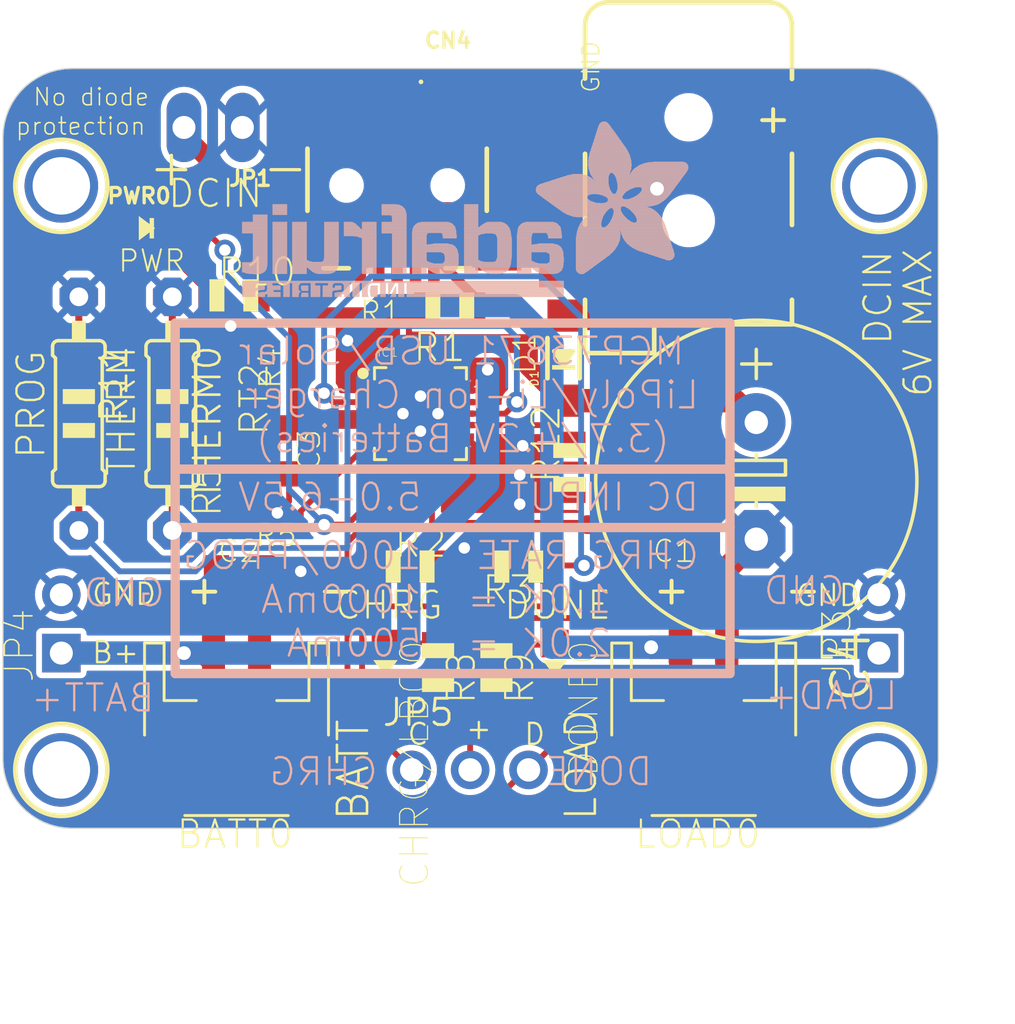
<source format=kicad_pcb>
(kicad_pcb (version 20221018) (generator pcbnew)
  (layers (0 "F.Cu" signal) (1 "In1.Cu" signal) (2 "In2.Cu" signal) (3 "In3.Cu" signal) (4 "In4.Cu" signal) (5 "In5.Cu" signal) (6 "In6.Cu" signal) (7 "In7.Cu" signal) (8 "In8.Cu" signal) (9 "In9.Cu" signal) (10 "In10.Cu" signal) (11 "In11.Cu" signal) (12 "In12.Cu" signal) (13 "In13.Cu" signal) (14 "In14.Cu" signal) (31 "B.Cu" signal) (34 "B.Paste" user) (35 "F.Paste" user) (36 "B.SilkS" user "B.Silkscreen") (37 "F.SilkS" user "F.Silkscreen") (38 "B.Mask" user) (39 "F.Mask" user) (44 "Edge.Cuts" user))
  (net 0 "")
  (net 1 "GND")
  (net 2 "VCC")
  (net 3 "N$6")
  (net 4 "N$1")
  (net 5 "N$4")
  (net 6 "N$11")
  (net 7 "N$12")
  (net 8 "N$13")
  (net 9 "N$14")
  (net 10 "N$15")
  (net 11 "N$16")
  (net 12 "OUT")
  (net 13 "N$5")
  (net 14 "N$8")
  (net 15 "N$10")
  (net 16 "BATT")
  (net 17 "N$2")
  (net 18 "N$3")
  (footprint "working:MOUNTINGHOLE_2.5_PLATED" (layer "F.Cu") (at 130.7001 118.9871)
    (fp_text reference "U$4" hide)
    (fp_text value "MOUNTINGHOLE2.5" hide)
  )
  (footprint "working:MOUNTINGHOLE_2.5_PLATED" (layer "F.Cu") (at 166.2601 93.5871)
    (fp_text reference "U$7" hide)
    (fp_text value "MOUNTINGHOLE2.5" hide)
  )
  (footprint "working:1X02_OVAL" (layer "F.Cu") (at 137.3041 91.0471 180)
    (fp_text reference "JP1")
    (fp_text value "DCIN")
  )
  (footprint "working:1X02_ROUND" (layer "F.Cu") (at 130.7001 112.6371 90)
    (fp_text reference "JP4")
    (fp_text value "BATT")
  )
  (footprint "working:CHIPLED_0805_NOOUTLINE" (layer "F.Cu") (at 144.7971 114.5421 180)
    (fp_text reference "CHRG/LBO0")
    (fp_text value "ORANGE")
  )
  (footprint "working:M0805" (layer "F.Cu") (at 138.0661 102.2231 -90)
    (fp_text reference "RT2")
    (fp_text value "150K")
  )
  (footprint "working:0805-THM" (layer "F.Cu") (at 131.4621 103.4931 -90)
    (fp_text reference "R11")
    (fp_text value "2K")
  )
  (footprint "working:MOUNTINGHOLE_2.5_PLATED" (layer "F.Cu") (at 130.7001 93.5871)
    (fp_text reference "U$6" hide)
    (fp_text value "MOUNTINGHOLE2.5" hide)
  )
  (footprint "working:JST-PH-2-SMT-RA" (layer "F.Cu") (at 138.3201 117.9711 180)
    (fp_text reference "BATT0")
    (fp_text value "")
  )
  (footprint "working:M0805" (layer "F.Cu") (at 138.0661 107.0491 90)
    (fp_text reference "R5")
    (fp_text value "1K")
  )
  (footprint "working:FIDUCIAL_1MM" (layer "F.Cu") (at 129.4301 96.7621)
    (fp_text reference "U$2" hide)
    (fp_text value "FIDUCIAL" hide)
  )
  (footprint "working:C0805K" (layer "F.Cu") (at 157.3701 110.3511)
    (fp_text reference "C1")
    (fp_text value "10uF")
  )
  (footprint "working:C0805K" (layer "F.Cu") (at 140.6061 105.1131 -90)
    (fp_text reference "C3")
    (fp_text value "10uF")
  )
  (footprint "working:FIDUCIAL_1MM" (layer "F.Cu") (at 166.0061 90.0311)
    (fp_text reference "U$8" hide)
    (fp_text value "FIDUCIAL" hide)
  )
  (footprint "working:R0805" (layer "F.Cu") (at 150.5911 110.1451 180)
    (fp_text reference "R3")
    (fp_text value "100K")
  )
  (footprint "working:E5-13" (layer "F.Cu") (at 160.9261 106.4141 -90)
    (fp_text reference "C4")
    (fp_text value "4700uF/10V")
  )
  (footprint "working:QFN20_4MM" (layer "F.Cu") (at 146.3211 103.4931)
    (fp_text reference "IC1")
    (fp_text value "MCP73871")
  )
  (footprint "working:JST-PH-2-SMT-RA" (layer "F.Cu") (at 158.6401 117.9711 180)
    (fp_text reference "LOAD0")
    (fp_text value "")
  )
  (footprint "working:R0805" (layer "F.Cu") (at 147.5911 98.9211 180)
    (fp_text reference "R1")
    (fp_text value "0")
  )
  (footprint "working:CHIPLED_0805_NOOUTLINE" (layer "F.Cu") (at 134.3991 95.4301 -90)
    (fp_text reference "PWR0")
    (fp_text value "RED")
  )
  (footprint "working:R0805" (layer "F.Cu") (at 149.6231 114.5421 -90)
    (fp_text reference "R9")
    (fp_text value "1K")
  )
  (footprint "working:USB-MINIB_LARGER" (layer "F.Cu") (at 145.3051 92.5711 180)
    (fp_text reference "CN4")
    (fp_text value "")
  )
  (footprint "working:1X02_ROUND" (layer "F.Cu") (at 166.2601 112.6371 90)
    (fp_text reference "JP3")
    (fp_text value "LOAD")
  )
  (footprint "working:1X03-CLEANBIG" (layer "F.Cu") (at 148.4801 118.9871)
    (fp_text reference "JP5")
    (fp_text value "")
  )
  (footprint "working:DCJACK_2MM_SMT" (layer "F.Cu") (at 157.9781 90.6061 -90)
    (fp_text reference "CN1")
    (fp_text value "DCIN")
  )
  (footprint "working:MOUNTINGHOLE_2.5_PLATED" (layer "F.Cu") (at 166.2601 118.9871)
    (fp_text reference "U$5" hide)
    (fp_text value "MOUNTINGHOLE2.5" hide)
  )
  (footprint "working:R0805" (layer "F.Cu") (at 145.8761 110.1451)
    (fp_text reference "R2")
    (fp_text value "270K")
  )
  (footprint "working:R0805" (layer "F.Cu") (at 138.2091 98.3511)
    (fp_text reference "R10")
    (fp_text value "1K")
  )
  (footprint "working:R0805" (layer "F.Cu") (at 147.0831 114.5421 -90)
    (fp_text reference "R8")
    (fp_text value "1K")
  )
  (footprint "working:SOD-123" (layer "F.Cu") (at 152.5441 101.0801 90)
    (fp_text reference "D1")
    (fp_text value "MBR120VLSFT1G")
  )
  (footprint "working:CHIPLED_0805_NOOUTLINE" (layer "F.Cu") (at 152.1631 114.5421 180)
    (fp_text reference "DONE0")
    (fp_text value "GREEN")
  )
  (footprint "working:R0805" (layer "F.Cu") (at 152.7981 105.8271 90)
    (fp_text reference "R12")
    (fp_text value "100K")
  )
  (footprint "working:C0805K" (layer "F.Cu") (at 138.4471 110.3511)
    (fp_text reference "C2")
    (fp_text value "10uF")
  )
  (footprint "working:0805-THM" (layer "F.Cu") (at 135.5261 103.4931 -90)
    (fp_text reference "THERM0")
    (fp_text value "10K")
  )
  (footprint "working:FIDUCIAL_1MM" (layer "F.Cu") (at 163.9741 116.7011)
    (fp_text reference "U$3" hide)
    (fp_text value "FIDUCIAL" hide)
  )
  (footprint "working:ADAFRUIT_TEXT_20MM" (layer "B.Cu") (at 158.1321 98.4131 180)
    (fp_text reference "U$1" hide)
    (fp_text value "" hide)
  )
  (gr_line (start 159.7831 99.5561) (end 135.6531 99.5561) (stroke (width 0.4064)) (layer "B.SilkS"))
  (gr_line (start 159.7831 105.9061) (end 135.6531 105.9061) (stroke (width 0.4064)) (layer "B.SilkS"))
  (gr_line (start 135.6531 108.4461) (end 159.7831 108.4461) (stroke (width 0.4064)) (layer "B.SilkS"))
  (gr_line (start 159.7831 114.7961) (end 135.6531 114.7961) (stroke (width 0.4064)) (layer "B.SilkS"))
  (gr_line (start 135.6531 105.9061) (end 135.6531 108.4461) (stroke (width 0.4064)) (layer "B.SilkS"))
  (gr_line (start 135.6531 99.5561) (end 135.6531 105.9061) (stroke (width 0.4064)) (layer "B.SilkS"))
  (gr_line (start 159.7831 105.9061) (end 159.7831 99.5561) (stroke (width 0.4064)) (layer "B.SilkS"))
  (gr_line (start 159.7831 108.4461) (end 159.7831 114.7961) (stroke (width 0.4064)) (layer "B.SilkS"))
  (gr_line (start 135.6531 114.7961) (end 135.6531 108.4461) (stroke (width 0.4064)) (layer "B.SilkS"))
  (gr_line (start 159.7831 108.4461) (end 159.7831 105.9061) (stroke (width 0.4064)) (layer "B.SilkS"))
  (gr_arc (start 165.8421 88.4801) (mid 167.96342 89.35878) (end 168.8421 91.4801) (stroke (width 0.05)) (layer "Edge.Cuts"))
  (gr_line (start 131.1601 88.4801) (end 165.8421 88.4801) (stroke (width 0.05)) (layer "Edge.Cuts"))
  (gr_arc (start 128.1601 91.4801) (mid 129.03878 89.35878) (end 131.1601 88.4801) (stroke (width 0.05)) (layer "Edge.Cuts"))
  (gr_line (start 168.8421 91.4801) (end 168.8421 118.5271) (stroke (width 0.05)) (layer "Edge.Cuts"))
  (gr_line (start 128.1601 118.5271) (end 128.1601 91.4801) (stroke (width 0.05)) (layer "Edge.Cuts"))
  (gr_line (start 165.8421 121.5271) (end 131.1601 121.5271) (stroke (width 0.05)) (layer "Edge.Cuts"))
  (gr_arc (start 131.1601 121.5271) (mid 129.03878 120.64842) (end 128.1601 118.5271) (stroke (width 0.05)) (layer "Edge.Cuts"))
  (gr_arc (start 168.8421 118.5271) (mid 167.96342 120.64842) (end 165.8421 121.5271) (stroke (width 0.05)) (layer "Edge.Cuts"))
  (gr_text "MCP73871 USB/Solar" (at 157.8781 101.4611) (layer "B.SilkS") (effects (font (size 1.1684 1.1684) (thickness 0.1016)) (justify left bottom mirror)))
  (gr_text "CHRG RATE" (at 158.5131 110.3511) (layer "B.SilkS") (effects (font (size 1.1684 1.1684) (thickness 0.1016)) (justify left bottom mirror)))
  (gr_text "500mA" (at 146.4481 114.1611) (layer "B.SilkS") (effects (font (size 1.1684 1.1684) (thickness 0.1016)) (justify left bottom mirror)))
  (gr_text "BATT+" (at 129.3031 115.1771) (layer "B.SilkS") (effects (font (size 1.1684 1.1684) (thickness 0.1016)) (justify right top mirror)))
  (gr_text "1000/PROG" (at 146.4481 110.3511) (layer "B.SilkS") (effects (font (size 1.1684 1.1684) (thickness 0.1016)) (justify left bottom mirror)))
  (gr_text "5.0-6.5V" (at 146.4481 107.8111) (layer "B.SilkS") (effects (font (size 1.1684 1.1684) (thickness 0.1016)) (justify left bottom mirror)))
  (gr_text "LOAD+" (at 167.1491 116.4471) (layer "B.SilkS") (effects (font (size 1.1684 1.1684) (thickness 0.1016)) (justify left bottom mirror)))
  (gr_text "(3.7/4.2V Batteries)" (at 157.2431 105.2711) (layer "B.SilkS") (effects (font (size 1.1684 1.1684) (thickness 0.1016)) (justify left bottom mirror)))
  (gr_text "DC INPUT" (at 158.5131 107.8111) (layer "B.SilkS") (effects (font (size 1.1684 1.1684) (thickness 0.1016)) (justify left bottom mirror)))
  (gr_text "1.0K =" (at 154.7031 112.2561) (layer "B.SilkS") (effects (font (size 1.1684 1.1684) (thickness 0.1016)) (justify left bottom mirror)))
  (gr_text "CHRG" (at 144.5431 119.7491) (layer "B.SilkS") (effects (font (size 1.1684 1.1684) (thickness 0.1016)) (justify left bottom mirror)))
  (gr_text "2.0K =" (at 154.7031 114.1611) (layer "B.SilkS") (effects (font (size 1.1684 1.1684) (thickness 0.1016)) (justify left bottom mirror)))
  (gr_text "1000mA" (at 146.4481 112.2561) (layer "B.SilkS") (effects (font (size 1.1684 1.1684) (thickness 0.1016)) (justify left bottom mirror)))
  (gr_text "LiPoly/Li-Ion Charger" (at 158.5131 103.3661) (layer "B.SilkS") (effects (font (size 1.1684 1.1684) (thickness 0.1016)) (justify left bottom mirror)))
  (gr_text "DONE" (at 156.4811 119.7491) (layer "B.SilkS") (effects (font (size 1.1684 1.1684) (thickness 0.1016)) (justify left bottom mirror)))
  (gr_text "GND" (at 131.5891 110.6051) (layer "B.SilkS") (effects (font (size 1.1684 1.1684) (thickness 0.1016)) (justify right top mirror)))
  (gr_text "GND" (at 164.8631 111.8751) (layer "B.SilkS") (effects (font (size 1.1684 1.1684) (thickness 0.1016)) (justify left bottom mirror)))
  (gr_text "PWR" (at 133.1131 97.3971) (layer "F.SilkS") (effects (font (size 0.93472 0.93472) (thickness 0.08128)) (justify left bottom)))
  (gr_text "protection" (at 128.6681 91.4281) (layer "F.SilkS") (effects (font (size 0.747776 0.747776) (thickness 0.065024)) (justify left bottom)))
  (gr_text "R5" (at 139.0821 109.3351) (layer "F.SilkS") (effects (font (size 0.93472 0.93472) (thickness 0.08128)) (justify left bottom)))
  (gr_text "No diode" (at 129.4301 90.1581) (layer "F.SilkS") (effects (font (size 0.747776 0.747776) (thickness 0.065024)) (justify left bottom)))
  (gr_text "6V MAX" (at 167.2761 96.2541 90) (layer "F.SilkS") (effects (font (size 1.1684 1.1684) (thickness 0.1016)) (justify right top)))
  (gr_text "GND" (at 165.4981 110.8591) (layer "F.SilkS") (effects (font (size 0.9144 0.9144) (thickness 0.1016)) (justify right top)))
  (gr_text "DCIN" (at 166.8951 100.5721 90) (layer "F.SilkS") (effects (font (size 1.1684 1.1684) (thickness 0.1016)) (justify left bottom)))
  (gr_text "DONE" (at 149.8771 112.5101) (layer "F.SilkS") (effects (font (size 1.1684 1.1684) (thickness 0.1016)) (justify left bottom)))
  (gr_text "THERM" (at 134.0021 106.2871 90) (layer "F.SilkS") (effects (font (size 1.1684 1.1684) (thickness 0.1016)) (justify left bottom)))
  (gr_text "LOAD" (at 154.0681 121.2731 90) (layer "F.SilkS") (effects (font (size 1.308608 1.308608) (thickness 0.113792)) (justify left bottom)))
  (gr_text "D" (at 150.7661 117.9711) (layer "F.SilkS") (effects (font (size 0.9144 0.9144) (thickness 0.1016)) (justify left bottom)))
  (gr_text "D1" (at 151.4011 101.8421 90) (layer "F.SilkS") (effects (font (size 0.93472 0.93472) (thickness 0.08128)) (justify left bottom)))
  (gr_text "R4" (at 140.3521 102.4771 90) (layer "F.SilkS") (effects (font (size 0.93472 0.93472) (thickness 0.08128)) (justify left bottom)))
  (gr_text "DCIN" (at 135.2721 94.6031) (layer "F.SilkS") (effects (font (size 1.1684 1.1684) (thickness 0.1016)) (justify left bottom)))
  (gr_text "+" (at 134.3831 93.7141) (layer "F.SilkS") (effects (font (size 1.63576 1.63576) (thickness 0.14224)) (justify left bottom)))
  (gr_text "PROG" (at 130.0651 105.5251 90) (layer "F.SilkS") (effects (font (size 1.1684 1.1684) (thickness 0.1016)) (justify left bottom)))
  (gr_text "BATT" (at 144.1621 121.2731 90) (layer "F.SilkS") (effects (font (size 1.308608 1.308608) (thickness 0.113792)) (justify left bottom)))
  (gr_text "R1" (at 145.5591 98.5401) (layer "F.SilkS") (effects (font (size 0.93472 0.93472) (thickness 0.08128)) (justify right top)))
  (gr_text "-" (at 139.3361 93.7141) (layer "F.SilkS") (effects (font (size 1.63576 1.63576) (thickness 0.14224)) (justify left bottom)))
  (gr_text "B+" (at 131.9701 114.4151) (layer "F.SilkS") (effects (font (size 0.9144 0.9144) (thickness 0.1016)) (justify left bottom)))
  (gr_text "L+" (at 165.4981 113.1451) (layer "F.SilkS") (effects (font (size 0.9144 0.9144) (thickness 0.1016)) (justify right top)))
  (gr_text "GND" (at 131.9701 111.8751) (layer "F.SilkS") (effects (font (size 0.9144 0.9144) (thickness 0.1016)) (justify left bottom)))
  (gr_text "+" (at 148.2261 117.7171) (layer "F.SilkS") (effects (font (size 0.9144 0.9144) (thickness 0.1016)) (justify left bottom)))
  (gr_text "CHRG" (at 142.5111 112.5101) (layer "F.SilkS") (effects (font (size 1.1684 1.1684) (thickness 0.1016)) (justify left bottom)))
  (gr_text "C" (at 145.6861 117.9711) (layer "F.SilkS") (effects (font (size 0.9144 0.9144) (thickness 0.1016)) (justify left bottom)))
  (segment (start 159.6401 113.1611) (end 159.6401 114.2711) (width 1.016) (layer "F.Cu") (net 1))
  (segment (start 158.3701 110.5891) (end 158.3701 110.3511) (width 1.016) (layer "F.Cu") (net 1))
  (segment (start 149.5911 110.1451) (end 149.0361 110.1451) (width 0.254) (layer "F.Cu") (net 1))
  (segment (start 139.4471 110.3511) (end 141.1141 110.3511) (width 0.6096) (layer "F.Cu") (net 1))
  (segment (start 148.2261 109.3351) (end 148.2741 109.3831) (width 0.254) (layer "F.Cu") (net 1))
  (segment (start 152.4781 90.6061) (end 153.5001 90.6061) (width 1.016) (layer "F.Cu") (net 1))
  (segment (start 147.0511 104.2551) (end 146.3211 104.2551) (width 0.254) (layer "F.Cu") (net 1))
  (segment (start 147.3211 104.5251) (end 147.0511 104.2551) (width 0.254) (layer "F.Cu") (net 1))
  (segment (start 139.3201 114.2711) (end 139.3201 110.3511) (width 0.8128) (layer "F.Cu") (net 1))
  (segment (start 158.3701 110.3511) (end 159.5291 110.3511) (width 1.016) (layer "F.Cu") (net 1))
  (segment (start 159.6561 113.1451) (end 159.6401 113.1611) (width 1.016) (layer "F.Cu") (net 1))
  (segment (start 140.0981 107.8111) (end 140.6061 107.3031) (width 0.254) (layer "F.Cu") (net 1))
  (segment (start 147.3211 104.5251) (end 147.3371 104.5091) (width 0.254) (layer "F.Cu") (net 1))
  (segment (start 147.3211 105.4581) (end 147.3211 104.5251) (width 0.254) (layer "F.Cu") (net 1))
  (segment (start 153.5001 90.6061) (end 156.6081 93.7141) (width 1.016) (layer "F.Cu") (net 1))
  (segment (start 147.3211 104.4931) (end 148.2861 104.4931) (width 0.254) (layer "F.Cu") (net 1))
  (segment (start 159.5291 110.3511) (end 160.9261 108.9541) (width 1.016) (layer "F.Cu") (net 1))
  (segment (start 158.3701 110.5891) (end 159.6561 111.8751) (width 1.016) (layer "F.Cu") (net 1))
  (segment (start 139.3201 110.3511) (end 139.4471 110.3511) (width 0.8128) (layer "F.Cu") (net 1))
  (segment (start 149.0361 110.1451) (end 148.2261 109.3351) (width 0.254) (layer "F.Cu") (net 1))
  (segment (start 159.6561 111.8751) (end 159.6561 113.1451) (width 1.016) (layer "F.Cu") (net 1))
  (segment (start 140.6061 107.3031) (end 140.6061 106.1131) (width 0.254) (layer "F.Cu") (net 1))
  (segment (start 146.3211 103.4931) (end 147.0831 103.4931) (width 0.4064) (layer "F.Cu") (net 1))
  (segment (start 138.0661 101.2731) (end 138.0661 99.6831) (width 0.254) (layer "F.Cu") (net 1))
  (via (at 150.6391 106.1601) (size 0.9064) (drill 0.5) (layers "F.Cu" "B.Cu") (net 1))
  (via (at 138.0661 99.6831) (size 0.9064) (drill 0.5) (layers "F.Cu" "B.Cu") (net 1))
  (via (at 141.1141 110.3511) (size 0.9064) (drill 0.5) (layers "F.Cu" "B.Cu") (net 1))
  (via (at 140.0981 107.8111) (size 0.9064) (drill 0.5) (layers "F.Cu" "B.Cu") (net 1))
  (via (at 150.6391 107.4301) (size 0.9064) (drill 0.5) (layers "F.Cu" "B.Cu") (net 1))
  (via (at 148.2261 109.3351) (size 0.9064) (drill 0.5) (layers "F.Cu" "B.Cu") (net 1))
  (via (at 156.6081 93.7141) (size 1.016) (drill 0.6) (layers "F.Cu" "B.Cu") (net 1))
  (via (at 146.3211 104.2551) (size 0.9064) (drill 0.5) (layers "F.Cu" "B.Cu") (net 1))
  (via (at 145.5591 103.4931) (size 0.9064) (drill 0.5) (layers "F.Cu" "B.Cu") (net 1))
  (via (at 147.0831 103.4931) (size 0.9064) (drill 0.5) (layers "F.Cu" "B.Cu") (net 1))
  (via (at 146.3211 102.7311) (size 0.9064) (drill 0.5) (layers "F.Cu" "B.Cu") (net 1))
  (via (at 150.7661 104.8901) (size 0.9064) (drill 0.5) (layers "F.Cu" "B.Cu") (net 1))
  (segment (start 141.1141 110.3511) (end 141.6221 110.3511) (width 0.6096) (layer "B.Cu") (net 1))
  (segment (start 142.837152 103.921048) (end 142.7651 103.7471) (width 0.254) (layer "F.Cu") (net 2))
  (segment (start 152.4891 102.9301) (end 151.0201 101.4611) (width 0.8128) (layer "F.Cu") (net 2))
  (segment (start 146.8291 100.4451) (end 146.3211 100.4451) (width 0.254) (layer "F.Cu") (net 2))
  (segment (start 147.0831 115.5421) (end 148.4801 115.5421) (width 0.254) (layer "F.Cu") (net 2))
  (segment (start 151.0201 100.4451) (end 146.3211 100.4451) (width 0.8128) (layer "F.Cu") (net 2))
  (segment (start 155.8461 108.3191) (end 155.8461 102.9301) (width 0.8128) (layer "F.Cu") (net 2))
  (segment (start 153.8141 112.3831) (end 154.5761 111.6211) (width 0.4064) (layer "F.Cu") (net 2))
  (segment (start 145.9401 99.1751) (end 140.9711 99.1751) (width 0.6096) (layer "F.Cu") (net 2))
  (segment (start 139.2091 94.5411) (end 139.2091 98.3511) (width 0.8128) (layer "F.Cu") (net 2))
  (segment (start 154.5761 108.3191) (end 155.8461 108.3191) (width 0.8128) (layer "F.Cu") (net 2))
  (segment (start 142.91696 103.974374) (end 142.837152 103.921048) (width 0.254) (layer "F.Cu") (net 2))
  (segment (start 145.8211 100.1911) (end 146.1941 100.1911) (width 0.254) (layer "F.Cu") (net 2))
  (segment (start 148.4801 118.9871) (end 148.4801 115.5421) (width 0.254) (layer "F.Cu") (net 2))
  (segment (start 146.8211 110.0901) (end 146.8211 105.4581) (width 0.254) (layer "F.Cu") (net 2))
  (segment (start 145.8211 101.5281) (end 145.8211 100.1911) (width 0.254) (layer "F.Cu") (net 2))
  (segment (start 136.0341 91.3661) (end 139.2091 94.5411) (width 0.8128) (layer "F.Cu") (net 2))
  (segment (start 147.0831 115.5421) (end 148.2261 115.5421) (width 0.254) (layer "F.Cu") (net 2))
  (segment (start 148.2261 112.3831) (end 153.8141 112.3831) (width 0.254) (layer "F.Cu") (net 2))
  (segment (start 145.8211 101.5281) (end 145.8211 99.2941) (width 0.254) (layer "F.Cu") (net 2))
  (segment (start 140.9711 103.7481) (end 140.6061 104.1131) (width 0.8128) (layer "F.Cu") (net 2))
  (segment (start 153.5601 108.3191) (end 154.5761 108.3191) (width 0.8128) (layer "F.Cu") (net 2))
  (segment (start 140.6061 104.1131) (end 140.8751 104.1131) (width 0.8128) (layer "F.Cu") (net 2))
  (segment (start 139.2091 98.3511) (end 140.1631 98.3511) (width 0.8128) (layer "F.Cu") (net 2))
  (segment (start 144.3561 103.4931) (end 143.5271 103.4931) (width 0.254) (layer "F.Cu") (net 2))
  (segment (start 141.2411 103.7471) (end 142.7651 103.7471) (width 0.8128) (layer "F.Cu") (net 2))
  (segment (start 143.0111 103.9931) (end 142.91696 103.974374) (width 0.254) (layer "F.Cu") (net 2))
  (segment (start 140.9711 99.1591) (end 140.9711 99.1751) (width 0.8128) (layer "F.Cu") (net 2))
  (segment (start 152.5441 102.9301) (end 155.8461 102.9301) (width 1.016) (layer "F.Cu") (net 2))
  (segment (start 146.3211 101.5281) (end 146.3211 100.4451) (width 0.254) (layer "F.Cu") (net 2))
  (segment (start 143.5271 103.4931) (end 143.5271 103.7471) (width 0.254) (layer "F.Cu") (net 2))
  (segment (start 146.8761 110.1451) (end 146.8761 108.3191) (width 0.4064) (layer "F.Cu") (net 2))
  (segment (start 159.9821 102.9301) (end 160.9261 103.8741) (width 1.016) (layer "F.Cu") (net 2))
  (segment (start 140.8751 104.1131) (end 141.2411 103.7471) (width 0.8128) (layer "F.Cu") (net 2))
  (segment (start 148.4801 115.5421) (end 149.6231 115.5421) (width 0.254) (layer "F.Cu") (net 2))
  (segment (start 148.2261 115.5421) (end 148.2261 112.3831) (width 0.254) (layer "F.Cu") (net 2))
  (segment (start 155.8461 102.9301) (end 159.9821 102.9301) (width 1.016) (layer "F.Cu") (net 2))
  (segment (start 146.1941 100.1911) (end 146.1941 100.4451) (width 0.254) (layer "F.Cu") (net 2))
  (segment (start 152.5441 102.9301) (end 152.4891 102.9301) (width 0.8128) (layer "F.Cu") (net 2))
  (segment (start 142.7651 103.7471) (end 143.5271 103.7471) (width 0.8128) (layer "F.Cu") (net 2))
  (segment (start 151.0201 101.4611) (end 151.0201 100.4451) (width 0.8128) (layer "F.Cu") (net 2))
  (segment (start 154.5761 111.6211) (end 154.5761 108.3191) (width 0.4064) (layer "F.Cu") (net 2))
  (segment (start 144.3561 103.9931) (end 143.0111 103.9931) (width 0.254) (layer "F.Cu") (net 2))
  (segment (start 140.9711 99.1751) (end 140.9711 103.7481) (width 0.8128) (layer "F.Cu") (net 2))
  (segment (start 145.8211 99.2941) (end 145.9401 99.1751) (width 0.254) (layer "F.Cu") (net 2))
  (segment (start 146.8211 101.5281) (end 146.8291 101.5281) (width 0.254) (layer "F.Cu") (net 2))
  (segment (start 146.8211 110.0901) (end 146.8761 110.1451) (width 0.254) (layer "F.Cu") (net 2))
  (segment (start 146.8761 108.3191) (end 153.5601 108.3191) (width 0.4064) (layer "F.Cu") (net 2))
  (segment (start 146.8291 101.5281) (end 146.8291 100.4451) (width 0.254) (layer "F.Cu") (net 2))
  (segment (start 143.0111 103.9931) (end 143.0111 103.9931) (width 0.254) (layer "F.Cu") (net 2))
  (segment (start 136.0341 91.3661) (end 136.0341 91.0471) (width 0.8128) (layer "F.Cu") (net 2))
  (segment (start 140.1631 98.3511) (end 140.9711 99.1591) (width 0.8128) (layer "F.Cu") (net 2))
  (segment (start 144.8761 110.1451) (end 144.8761 111.8751) (width 0.254) (layer "F.Cu") (net 3))
  (segment (start 151.5911 110.1451) (end 151.5911 110.0971) (width 0.254) (layer "F.Cu") (net 3))
  (segment (start 151.7821 110.1451) (end 151.5911 110.1451) (width 0.254) (layer "F.Cu") (net 3))
  (segment (start 142.5191 102.9931) (end 144.3561 102.9931) (width 0.254) (layer "F.Cu") (net 3))
  (segment (start 142.1301 102.6041) (end 142.5191 102.9931) (width 0.254) (layer "F.Cu") (net 3))
  (segment (start 151.7821 111.8751) (end 151.7821 110.1451) (width 0.254) (layer "F.Cu") (net 3))
  (segment (start 151.5911 110.0971) (end 153.4331 110.0971) (width 0.254) (layer "F.Cu") (net 3))
  (segment (start 153.1631 110.0971) (end 153.4331 110.0971) (width 0.254) (layer "F.Cu") (net 3))
  (segment (start 144.8761 111.8751) (end 151.7821 111.8751) (width 0.254) (layer "F.Cu") (net 3))
  (via (at 153.4331 110.0971) (size 0.9064) (drill 0.5) (layers "F.Cu" "B.Cu") (net 3))
  (via (at 142.1301 102.6041) (size 0.9064) (drill 0.5) (layers "F.Cu" "B.Cu") (net 3))
  (segment (start 142.1301 99.5561) (end 142.1301 102.6041) (width 0.254) (layer "B.Cu") (net 3))
  (segment (start 153.3061 110.0971) (end 153.4331 110.0971) (width 0.254) (layer "B.Cu") (net 3))
  (segment (start 153.3061 110.0971) (end 153.3061 99.3021) (width 0.254) (layer "B.Cu") (net 3))
  (segment (start 144.1621 97.5241) (end 142.1301 99.5561) (width 0.254) (layer "B.Cu") (net 3))
  (segment (start 153.3061 99.3021) (end 151.5281 97.5241) (width 0.254) (layer "B.Cu") (net 3))
  (segment (start 144.1621 97.5241) (end 151.5281 97.5241) (width 0.254) (layer "B.Cu") (net 3))
  (segment (start 137.8121 96.3811) (end 136.8611 95.4301) (width 0.254) (layer "F.Cu") (net 4))
  (segment (start 136.8611 95.4301) (end 135.4491 95.4301) (width 0.254) (layer "F.Cu") (net 4))
  (segment (start 145.3211 106.6521) (end 145.3211 105.4581) (width 0.254) (layer "F.Cu") (net 4))
  (segment (start 143.1461 108.3191) (end 144.4161 107.0491) (width 0.254) (layer "F.Cu") (net 4))
  (segment (start 142.1301 108.3191) (end 143.1461 108.3191) (width 0.254) (layer "F.Cu") (net 4))
  (segment (start 144.4161 107.0491) (end 144.9241 107.0491) (width 0.254) (layer "F.Cu") (net 4))
  (segment (start 144.9241 107.0491) (end 145.3211 106.6521) (width 0.254) (layer "F.Cu") (net 4))
  (via (at 142.1301 108.3191) (size 0.9064) (drill 0.5) (layers "F.Cu" "B.Cu") (net 4))
  (via (at 137.8121 96.3811) (size 0.9064) (drill 0.5) (layers "F.Cu" "B.Cu") (net 4))
  (segment (start 140.6061 100.1911) (end 137.8121 97.3971) (width 0.254) (layer "B.Cu") (net 4))
  (segment (start 140.6061 106.7951) (end 140.6061 100.1911) (width 0.254) (layer "B.Cu") (net 4))
  (segment (start 142.1301 108.3191) (end 140.6061 106.7951) (width 0.254) (layer "B.Cu") (net 4))
  (segment (start 137.8121 97.3971) (end 137.8121 96.3811) (width 0.254) (layer "B.Cu") (net 4))
  (segment (start 150.8931 118.9871) (end 151.0201 118.9871) (width 0.254) (layer "F.Cu") (net 5))
  (segment (start 145.8211 107.1681) (end 145.8211 105.4581) (width 0.254) (layer "F.Cu") (net 5))
  (segment (start 143.2731 120.5111) (end 143.6541 120.8921) (width 0.254) (layer "F.Cu") (net 5))
  (segment (start 143.2731 115.6851) (end 143.1461 115.5581) (width 0.254) (layer "F.Cu") (net 5))
  (segment (start 143.6541 120.8921) (end 148.9881 120.8921) (width 0.254) (layer "F.Cu") (net 5))
  (segment (start 145.4321 107.5571) (end 145.8211 107.1681) (width 0.254) (layer "F.Cu") (net 5))
  (segment (start 143.1461 109.0811) (end 143.1461 115.5581) (width 0.254) (layer "F.Cu") (net 5))
  (segment (start 152.1631 115.5921) (end 152.1631 117.8441) (width 0.254) (layer "F.Cu") (net 5))
  (segment (start 152.1631 117.8441) (end 151.0201 118.9871) (width 0.254) (layer "F.Cu") (net 5))
  (segment (start 148.9881 120.8921) (end 150.8931 118.9871) (width 0.254) (layer "F.Cu") (net 5))
  (segment (start 143.1461 109.0811) (end 144.6701 107.5571) (width 0.254) (layer "F.Cu") (net 5))
  (segment (start 144.6701 107.5571) (end 145.4321 107.5571) (width 0.254) (layer "F.Cu") (net 5))
  (segment (start 143.2731 120.5111) (end 143.2731 115.6851) (width 0.254) (layer "F.Cu") (net 5))
  (segment (start 144.9241 108.0651) (end 145.9401 108.0651) (width 0.254) (layer "F.Cu") (net 6))
  (segment (start 143.7811 115.4311) (end 143.9081 115.5581) (width 0.254) (layer "F.Cu") (net 6))
  (segment (start 143.6541 112.5101) (end 143.6541 109.3351) (width 0.254) (layer "F.Cu") (net 6))
  (segment (start 144.6361 117.6831) (end 144.6361 115.7531) (width 0.254) (layer "F.Cu") (net 6))
  (segment (start 143.9081 115.5581) (end 144.7631 115.5581) (width 0.254) (layer "F.Cu") (net 6))
  (segment (start 143.7811 112.6371) (end 143.6541 112.5101) (width 0.254) (layer "F.Cu") (net 6))
  (segment (start 144.6361 117.6831) (end 145.9401 118.9871) (width 0.254) (layer "F.Cu") (net 6))
  (segment (start 143.6541 109.3351) (end 144.9241 108.0651) (width 0.254) (layer "F.Cu") (net 6))
  (segment (start 144.7631 115.5581) (end 144.7971 115.5921) (width 0.254) (layer "F.Cu") (net 6))
  (segment (start 146.3211 107.6841) (end 146.3211 105.4581) (width 0.254) (layer "F.Cu") (net 6))
  (segment (start 144.6361 115.7531) (end 144.7971 115.5921) (width 0.254) (layer "F.Cu") (net 6))
  (segment (start 143.7811 115.4311) (end 143.7811 112.6371) (width 0.254) (layer "F.Cu") (net 6))
  (segment (start 145.9401 108.0651) (end 146.3211 107.6841) (width 0.254) (layer "F.Cu") (net 6))
  (segment (start 144.7971 113.4921) (end 147.0331 113.4921) (width 0.254) (layer "F.Cu") (net 7))
  (segment (start 147.0331 113.4921) (end 147.0831 113.5421) (width 0.254) (layer "F.Cu") (net 7))
  (segment (start 149.6231 113.5421) (end 152.1131 113.5421) (width 0.254) (layer "F.Cu") (net 8))
  (segment (start 152.1131 113.5421) (end 152.1631 113.4921) (width 0.254) (layer "F.Cu") (net 8))
  (segment (start 133.7481 96.8891) (end 133.3491 96.4901) (width 0.254) (layer "F.Cu") (net 9))
  (segment (start 133.3491 96.4901) (end 133.3491 95.4301) (width 0.254) (layer "F.Cu") (net 9))
  (segment (start 135.7471 96.8891) (end 133.7481 96.8891) (width 0.254) (layer "F.Cu") (net 9))
  (segment (start 137.2091 98.3511) (end 135.7471 96.8891) (width 0.254) (layer "F.Cu") (net 9))
  (segment (start 148.2861 103.9931) (end 151.7901 103.9931) (width 0.254) (layer "F.Cu") (net 10))
  (segment (start 151.7901 103.9931) (end 152.6241 104.8271) (width 0.254) (layer "F.Cu") (net 10))
  (segment (start 152.6241 104.8271) (end 152.7981 104.8271) (width 0.254) (layer "F.Cu") (net 10))
  (segment (start 148.2861 103.4931) (end 150.0041 103.4931) (width 0.254) (layer "F.Cu") (net 11))
  (segment (start 150.0041 103.4931) (end 150.5121 102.9851) (width 0.254) (layer "F.Cu") (net 11))
  (via (at 150.5121 102.9851) (size 0.9064) (drill 0.5) (layers "F.Cu" "B.Cu") (net 11))
  (segment (start 137.5581 109.3351) (end 136.5421 110.3511) (width 0.254) (layer "B.Cu") (net 11))
  (segment (start 150.5121 100.1911) (end 150.0041 99.6831) (width 0.254) (layer "B.Cu") (net 11))
  (segment (start 136.5421 110.3511) (end 133.2401 110.3511) (width 0.254) (layer "B.Cu") (net 11))
  (segment (start 143.1461 101.7151) (end 143.1461 109.3351) (width 0.254) (layer "B.Cu") (net 11))
  (segment (start 145.1781 99.6831) (end 143.1461 101.7151) (width 0.254) (layer "B.Cu") (net 11))
  (segment (start 150.5121 102.9851) (end 150.5121 100.1911) (width 0.254) (layer "B.Cu") (net 11))
  (segment (start 133.2401 110.3511) (end 131.4621 108.5731) (width 0.254) (layer "B.Cu") (net 11))
  (segment (start 143.1461 109.3351) (end 137.5581 109.3351) (width 0.254) (layer "B.Cu") (net 11))
  (segment (start 150.0041 99.6831) (end 145.1781 99.6831) (width 0.254) (layer "B.Cu") (net 11))
  (segment (start 156.3701 111.3831) (end 157.6241 112.6371) (width 1.016) (layer "F.Cu") (net 12))
  (segment (start 157.6241 113.6531) (end 156.3541 113.6531) (width 1.016) (layer "F.Cu") (net 12))
  (segment (start 157.6241 114.2551) (end 157.6401 114.2711) (width 1.016) (layer "F.Cu") (net 12))
  (segment (start 157.6241 112.6371) (end 157.6241 113.6531) (width 1.016) (layer "F.Cu") (net 12))
  (segment (start 156.3701 110.3511) (end 156.3701 111.3831) (width 1.016) (layer "F.Cu") (net 12))
  (segment (start 157.6241 113.6531) (end 157.6241 114.2551) (width 1.016) (layer "F.Cu") (net 12))
  (via (at 156.3541 113.6531) (size 1.0064) (drill 0.6) (layers "F.Cu" "B.Cu") (net 12))
  (via (at 143.1461 100.3181) (size 0.9064) (drill 0.5) (layers "F.Cu" "B.Cu") (net 12))
  (segment (start 166.1331 113.6531) (end 166.2601 113.7801) (width 1.016) (layer "B.Cu") (net 12))
  (segment (start 152.0361 113.6531) (end 152.0361 100.4451) (width 1.016) (layer "B.Cu") (net 12))
  (segment (start 144.6701 98.7941) (end 143.1461 100.3181) (width 1.016) (layer "B.Cu") (net 12))
  (segment (start 152.0361 100.4451) (end 150.3851 98.7941) (width 1.016) (layer "B.Cu") (net 12))
  (segment (start 156.3541 113.6531) (end 166.1331 113.6531) (width 1.016) (layer "B.Cu") (net 12))
  (segment (start 166.2601 113.7801) (end 166.2601 113.9071) (width 1.016) (layer "B.Cu") (net 12))
  (segment (start 150.3851 98.7941) (end 144.6701 98.7941) (width 1.016) (layer "B.Cu") (net 12))
  (segment (start 152.0361 113.6531) (end 156.3541 113.6531) (width 1.016) (layer "B.Cu") (net 12))
  (segment (start 140.8601 108.8271) (end 138.8281 108.8271) (width 0.254) (layer "F.Cu") (net 13))
  (segment (start 141.1141 108.5731) (end 140.8601 108.8271) (width 0.254) (layer "F.Cu") (net 13))
  (segment (start 138.8281 108.8271) (end 138.0661 108.0651) (width 0.254) (layer "F.Cu") (net 13))
  (segment (start 141.1141 107.7351) (end 141.1141 108.5731) (width 0.254) (layer "F.Cu") (net 13))
  (segment (start 144.3561 104.4931) (end 141.1141 107.7351) (width 0.254) (layer "F.Cu") (net 13))
  (segment (start 138.0661 108.0651) (end 138.0661 107.9991) (width 0.254) (layer "F.Cu") (net 13))
  (segment (start 135.5261 106.0991) (end 138.0661 106.0991) (width 0.254) (layer "F.Cu") (net 14))
  (segment (start 138.0661 103.1731) (end 138.0661 106.0991) (width 0.254) (layer "F.Cu") (net 14))
  (segment (start 135.5261 108.5731) (end 135.5261 106.0991) (width 0.254) (layer "F.Cu") (net 14))
  (segment (start 159.9821 99.2301) (end 152.5441 99.2301) (width 1.27) (layer "F.Cu") (net 15))
  (segment (start 160.6721 98.5401) (end 160.6721 93.4121) (width 1.6764) (layer "F.Cu") (net 15))
  (segment (start 160.6721 93.4121) (end 163.4781 90.6061) (width 1.6764) (layer "F.Cu") (net 15))
  (segment (start 159.9821 99.2301) (end 160.6721 98.5401) (width 1.27) (layer "F.Cu") (net 15))
  (segment (start 148.3021 102.4771) (end 149.2421 102.4771) (width 0.254) (layer "F.Cu") (net 16))
  (segment (start 137.3201 110.3511) (end 137.4471 110.3511) (width 0.8128) (layer "F.Cu") (net 16))
  (segment (start 137.3201 114.2711) (end 137.3201 110.3511) (width 0.8128) (layer "F.Cu") (net 16))
  (segment (start 148.2861 102.4931) (end 148.3021 102.4771) (width 0.254) (layer "F.Cu") (net 16))
  (segment (start 149.2421 102.4771) (end 149.2421 102.9851) (width 0.254) (layer "F.Cu") (net 16))
  (segment (start 136.9561 113.9071) (end 137.3201 114.2711) (width 1.016) (layer "F.Cu") (net 16))
  (segment (start 136.0341 113.9071) (end 136.9561 113.9071) (width 1.016) (layer "F.Cu") (net 16))
  (segment (start 149.2341 102.9931) (end 148.2861 102.9931) (width 0.254) (layer "F.Cu") (net 16))
  (segment (start 149.2421 102.9851) (end 149.2341 102.9931) (width 0.254) (layer "F.Cu") (net 16))
  (segment (start 149.2421 101.5881) (end 149.2421 101.3341) (width 0.254) (layer "F.Cu") (net 16))
  (via (at 149.2421 101.5881) (size 0.9064) (drill 0.5) (layers "F.Cu" "B.Cu") (net 16))
  (via (at 136.0341 113.9071) (size 1.0064) (drill 0.6) (layers "F.Cu" "B.Cu") (net 16))
  (segment (start 149.2421 106.5411) (end 145.8131 109.9701) (width 1.016) (layer "B.Cu") (net 16))
  (segment (start 145.8131 109.9701) (end 145.8131 113.9071) (width 1.016) (layer "B.Cu") (net 16))
  (segment (start 149.2421 106.5411) (end 149.2421 101.5881) (width 1.016) (layer "B.Cu") (net 16))
  (segment (start 136.0341 113.9071) (end 130.7001 113.9071) (width 1.016) (layer "B.Cu") (net 16))
  (segment (start 145.8131 113.9071) (end 136.0341 113.9071) (width 1.016) (layer "B.Cu") (net 16))
  (segment (start 148.5911 98.3211) (end 148.5911 98.9211) (width 0.4064) (layer "F.Cu") (net 17))
  (segment (start 146.9051 96.6351) (end 148.5911 98.3211) (width 0.4064) (layer "F.Cu") (net 17))
  (segment (start 143.7051 96.6351) (end 143.7051 94.6031) (width 0.6096) (layer "F.Cu") (net 18))
  (segment (start 148.2261 94.6031) (end 149.2421 93.5871) (width 0.6096) (layer "F.Cu") (net 18))
  (segment (start 152.4781 94.5371) (end 152.4781 96.8061) (width 0.6096) (layer "F.Cu") (net 18))
  (segment (start 152.5441 96.7401) (end 152.4781 96.8061) (width 0.6096) (layer "F.Cu") (net 18))
  (segment (start 149.2421 93.5871) (end 151.5281 93.5871) (width 0.6096) (layer "F.Cu") (net 18))
  (segment (start 151.5281 93.5871) (end 152.4781 94.5371) (width 0.6096) (layer "F.Cu") (net 18))
  (segment (start 143.7051 94.6031) (end 148.2261 94.6031) (width 0.6096) (layer "F.Cu") (net 18))
  (zone (net 16) (net_name "BATT") (layer "F.Cu") (priority 6) (connect_pads (clearance 0.000001)) (min_thickness 0.127) (fill yes (thermal_gap 0.304) (thermal_bridge_width 0.304))
    (polygon (pts (xy 150.1311 103.1121) (xy 147.8451 103.1121) (xy 147.8451 101.7151) (xy 147.2101 101.7151) (xy 147.2101 100.4451) (xy 150.1311 100.4451)))
  )
  (zone (net 12) (net_name "OUT") (layer "F.Cu") (priority 6) (connect_pads (clearance 0.000001)) (min_thickness 0.127) (fill yes (thermal_gap 0.304) (thermal_bridge_width 0.304))
    (polygon (pts (xy 145.4321 101.8421) (xy 144.7971 101.8421) (xy 144.7971 102.6041) (xy 142.6381 102.6041) (xy 142.6381 99.6831) (xy 145.4321 99.6831)))
  )
  (zone (net 1) (net_name "GND") (layer "F.Cu") (priority 6) (connect_pads (clearance 0.000001)) (min_thickness 0.127) (fill yes (thermal_gap 0.304) (thermal_bridge_width 0.304))
    (polygon (pts (xy 153.5601 107.8111) (xy 147.2101 107.8111) (xy 147.2101 104.3821) (xy 153.5601 104.3821)))
  )
  (zone (net 2) (net_name "VCC") (layer "F.Cu") (priority 6) (connect_pads (clearance 0.000001)) (min_thickness 0.127) (fill yes (thermal_gap 0.304) (thermal_bridge_width 0.304))
    (polygon (pts (xy 146.9561 101.7786) (xy 145.6861 101.7786) (xy 145.6861 97.6511) (xy 146.9561 97.6511)))
  )
  (zone (net 2) (net_name "VCC") (layer "F.Cu") (priority 6) (connect_pads (clearance 0.000001)) (min_thickness 0.127) (fill yes (thermal_gap 0.304) (thermal_bridge_width 0.304))
    (polygon (pts (xy 144.5431 104.1281) (xy 141.6221 104.1281) (xy 141.6221 103.3661) (xy 144.5431 103.3661)))
  )
  (zone (net 1) (net_name "GND") (layer "B.Cu") (priority 6) (connect_pads (clearance 0.254)) (min_thickness 0.127) (fill yes (thermal_gap 0.304) (thermal_bridge_width 0.304))
    (polygon (pts (xy 168.9691 121.6541) (xy 128.0331 121.6541) (xy 128.0331 88.3531) (xy 168.9691 88.3531)))
  )
)
</source>
